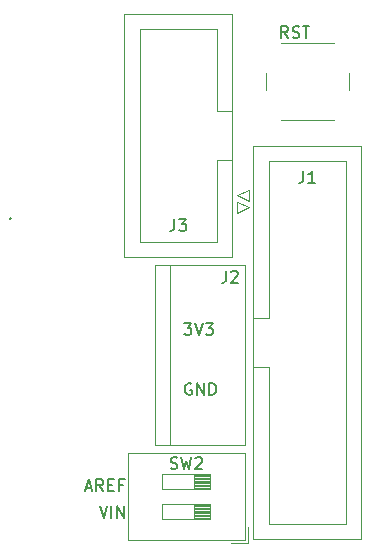
<source format=gbr>
%TF.GenerationSoftware,KiCad,Pcbnew,7.0.6*%
%TF.CreationDate,2023-09-19T12:42:17+08:00*%
%TF.ProjectId,Control Panel Mega Shield,436f6e74-726f-46c2-9050-616e656c204d,0*%
%TF.SameCoordinates,Original*%
%TF.FileFunction,Legend,Top*%
%TF.FilePolarity,Positive*%
%FSLAX46Y46*%
G04 Gerber Fmt 4.6, Leading zero omitted, Abs format (unit mm)*
G04 Created by KiCad (PCBNEW 7.0.6) date 2023-09-19 12:42:17*
%MOMM*%
%LPD*%
G01*
G04 APERTURE LIST*
%ADD10C,0.150000*%
%ADD11C,0.120000*%
G04 APERTURE END LIST*
D10*
X77203541Y-30619819D02*
X77822588Y-30619819D01*
X77822588Y-30619819D02*
X77489255Y-31000771D01*
X77489255Y-31000771D02*
X77632112Y-31000771D01*
X77632112Y-31000771D02*
X77727350Y-31048390D01*
X77727350Y-31048390D02*
X77774969Y-31096009D01*
X77774969Y-31096009D02*
X77822588Y-31191247D01*
X77822588Y-31191247D02*
X77822588Y-31429342D01*
X77822588Y-31429342D02*
X77774969Y-31524580D01*
X77774969Y-31524580D02*
X77727350Y-31572200D01*
X77727350Y-31572200D02*
X77632112Y-31619819D01*
X77632112Y-31619819D02*
X77346398Y-31619819D01*
X77346398Y-31619819D02*
X77251160Y-31572200D01*
X77251160Y-31572200D02*
X77203541Y-31524580D01*
X78108303Y-30619819D02*
X78441636Y-31619819D01*
X78441636Y-31619819D02*
X78774969Y-30619819D01*
X79013065Y-30619819D02*
X79632112Y-30619819D01*
X79632112Y-30619819D02*
X79298779Y-31000771D01*
X79298779Y-31000771D02*
X79441636Y-31000771D01*
X79441636Y-31000771D02*
X79536874Y-31048390D01*
X79536874Y-31048390D02*
X79584493Y-31096009D01*
X79584493Y-31096009D02*
X79632112Y-31191247D01*
X79632112Y-31191247D02*
X79632112Y-31429342D01*
X79632112Y-31429342D02*
X79584493Y-31524580D01*
X79584493Y-31524580D02*
X79536874Y-31572200D01*
X79536874Y-31572200D02*
X79441636Y-31619819D01*
X79441636Y-31619819D02*
X79155922Y-31619819D01*
X79155922Y-31619819D02*
X79060684Y-31572200D01*
X79060684Y-31572200D02*
X79013065Y-31524580D01*
X77822588Y-35747438D02*
X77727350Y-35699819D01*
X77727350Y-35699819D02*
X77584493Y-35699819D01*
X77584493Y-35699819D02*
X77441636Y-35747438D01*
X77441636Y-35747438D02*
X77346398Y-35842676D01*
X77346398Y-35842676D02*
X77298779Y-35937914D01*
X77298779Y-35937914D02*
X77251160Y-36128390D01*
X77251160Y-36128390D02*
X77251160Y-36271247D01*
X77251160Y-36271247D02*
X77298779Y-36461723D01*
X77298779Y-36461723D02*
X77346398Y-36556961D01*
X77346398Y-36556961D02*
X77441636Y-36652200D01*
X77441636Y-36652200D02*
X77584493Y-36699819D01*
X77584493Y-36699819D02*
X77679731Y-36699819D01*
X77679731Y-36699819D02*
X77822588Y-36652200D01*
X77822588Y-36652200D02*
X77870207Y-36604580D01*
X77870207Y-36604580D02*
X77870207Y-36271247D01*
X77870207Y-36271247D02*
X77679731Y-36271247D01*
X78298779Y-36699819D02*
X78298779Y-35699819D01*
X78298779Y-35699819D02*
X78870207Y-36699819D01*
X78870207Y-36699819D02*
X78870207Y-35699819D01*
X79346398Y-36699819D02*
X79346398Y-35699819D01*
X79346398Y-35699819D02*
X79584493Y-35699819D01*
X79584493Y-35699819D02*
X79727350Y-35747438D01*
X79727350Y-35747438D02*
X79822588Y-35842676D01*
X79822588Y-35842676D02*
X79870207Y-35937914D01*
X79870207Y-35937914D02*
X79917826Y-36128390D01*
X79917826Y-36128390D02*
X79917826Y-36271247D01*
X79917826Y-36271247D02*
X79870207Y-36461723D01*
X79870207Y-36461723D02*
X79822588Y-36556961D01*
X79822588Y-36556961D02*
X79727350Y-36652200D01*
X79727350Y-36652200D02*
X79584493Y-36699819D01*
X79584493Y-36699819D02*
X79346398Y-36699819D01*
X70043922Y-46113819D02*
X70377255Y-47113819D01*
X70377255Y-47113819D02*
X70710588Y-46113819D01*
X71043922Y-47113819D02*
X71043922Y-46113819D01*
X71520112Y-47113819D02*
X71520112Y-46113819D01*
X71520112Y-46113819D02*
X72091540Y-47113819D01*
X72091540Y-47113819D02*
X72091540Y-46113819D01*
X68869160Y-44542104D02*
X69345350Y-44542104D01*
X68773922Y-44827819D02*
X69107255Y-43827819D01*
X69107255Y-43827819D02*
X69440588Y-44827819D01*
X70345350Y-44827819D02*
X70012017Y-44351628D01*
X69773922Y-44827819D02*
X69773922Y-43827819D01*
X69773922Y-43827819D02*
X70154874Y-43827819D01*
X70154874Y-43827819D02*
X70250112Y-43875438D01*
X70250112Y-43875438D02*
X70297731Y-43923057D01*
X70297731Y-43923057D02*
X70345350Y-44018295D01*
X70345350Y-44018295D02*
X70345350Y-44161152D01*
X70345350Y-44161152D02*
X70297731Y-44256390D01*
X70297731Y-44256390D02*
X70250112Y-44304009D01*
X70250112Y-44304009D02*
X70154874Y-44351628D01*
X70154874Y-44351628D02*
X69773922Y-44351628D01*
X70773922Y-44304009D02*
X71107255Y-44304009D01*
X71250112Y-44827819D02*
X70773922Y-44827819D01*
X70773922Y-44827819D02*
X70773922Y-43827819D01*
X70773922Y-43827819D02*
X71250112Y-43827819D01*
X72012017Y-44304009D02*
X71678684Y-44304009D01*
X71678684Y-44827819D02*
X71678684Y-43827819D01*
X71678684Y-43827819D02*
X72154874Y-43827819D01*
X85998207Y-6473819D02*
X85664874Y-5997628D01*
X85426779Y-6473819D02*
X85426779Y-5473819D01*
X85426779Y-5473819D02*
X85807731Y-5473819D01*
X85807731Y-5473819D02*
X85902969Y-5521438D01*
X85902969Y-5521438D02*
X85950588Y-5569057D01*
X85950588Y-5569057D02*
X85998207Y-5664295D01*
X85998207Y-5664295D02*
X85998207Y-5807152D01*
X85998207Y-5807152D02*
X85950588Y-5902390D01*
X85950588Y-5902390D02*
X85902969Y-5950009D01*
X85902969Y-5950009D02*
X85807731Y-5997628D01*
X85807731Y-5997628D02*
X85426779Y-5997628D01*
X86379160Y-6426200D02*
X86522017Y-6473819D01*
X86522017Y-6473819D02*
X86760112Y-6473819D01*
X86760112Y-6473819D02*
X86855350Y-6426200D01*
X86855350Y-6426200D02*
X86902969Y-6378580D01*
X86902969Y-6378580D02*
X86950588Y-6283342D01*
X86950588Y-6283342D02*
X86950588Y-6188104D01*
X86950588Y-6188104D02*
X86902969Y-6092866D01*
X86902969Y-6092866D02*
X86855350Y-6045247D01*
X86855350Y-6045247D02*
X86760112Y-5997628D01*
X86760112Y-5997628D02*
X86569636Y-5950009D01*
X86569636Y-5950009D02*
X86474398Y-5902390D01*
X86474398Y-5902390D02*
X86426779Y-5854771D01*
X86426779Y-5854771D02*
X86379160Y-5759533D01*
X86379160Y-5759533D02*
X86379160Y-5664295D01*
X86379160Y-5664295D02*
X86426779Y-5569057D01*
X86426779Y-5569057D02*
X86474398Y-5521438D01*
X86474398Y-5521438D02*
X86569636Y-5473819D01*
X86569636Y-5473819D02*
X86807731Y-5473819D01*
X86807731Y-5473819D02*
X86950588Y-5521438D01*
X87236303Y-5473819D02*
X87807731Y-5473819D01*
X87522017Y-6473819D02*
X87522017Y-5473819D01*
X76056667Y-42919200D02*
X76199524Y-42966819D01*
X76199524Y-42966819D02*
X76437619Y-42966819D01*
X76437619Y-42966819D02*
X76532857Y-42919200D01*
X76532857Y-42919200D02*
X76580476Y-42871580D01*
X76580476Y-42871580D02*
X76628095Y-42776342D01*
X76628095Y-42776342D02*
X76628095Y-42681104D01*
X76628095Y-42681104D02*
X76580476Y-42585866D01*
X76580476Y-42585866D02*
X76532857Y-42538247D01*
X76532857Y-42538247D02*
X76437619Y-42490628D01*
X76437619Y-42490628D02*
X76247143Y-42443009D01*
X76247143Y-42443009D02*
X76151905Y-42395390D01*
X76151905Y-42395390D02*
X76104286Y-42347771D01*
X76104286Y-42347771D02*
X76056667Y-42252533D01*
X76056667Y-42252533D02*
X76056667Y-42157295D01*
X76056667Y-42157295D02*
X76104286Y-42062057D01*
X76104286Y-42062057D02*
X76151905Y-42014438D01*
X76151905Y-42014438D02*
X76247143Y-41966819D01*
X76247143Y-41966819D02*
X76485238Y-41966819D01*
X76485238Y-41966819D02*
X76628095Y-42014438D01*
X76961429Y-41966819D02*
X77199524Y-42966819D01*
X77199524Y-42966819D02*
X77390000Y-42252533D01*
X77390000Y-42252533D02*
X77580476Y-42966819D01*
X77580476Y-42966819D02*
X77818572Y-41966819D01*
X78151905Y-42062057D02*
X78199524Y-42014438D01*
X78199524Y-42014438D02*
X78294762Y-41966819D01*
X78294762Y-41966819D02*
X78532857Y-41966819D01*
X78532857Y-41966819D02*
X78628095Y-42014438D01*
X78628095Y-42014438D02*
X78675714Y-42062057D01*
X78675714Y-42062057D02*
X78723333Y-42157295D01*
X78723333Y-42157295D02*
X78723333Y-42252533D01*
X78723333Y-42252533D02*
X78675714Y-42395390D01*
X78675714Y-42395390D02*
X78104286Y-42966819D01*
X78104286Y-42966819D02*
X78723333Y-42966819D01*
X87296666Y-17742819D02*
X87296666Y-18457104D01*
X87296666Y-18457104D02*
X87249047Y-18599961D01*
X87249047Y-18599961D02*
X87153809Y-18695200D01*
X87153809Y-18695200D02*
X87010952Y-18742819D01*
X87010952Y-18742819D02*
X86915714Y-18742819D01*
X88296666Y-18742819D02*
X87725238Y-18742819D01*
X88010952Y-18742819D02*
X88010952Y-17742819D01*
X88010952Y-17742819D02*
X87915714Y-17885676D01*
X87915714Y-17885676D02*
X87820476Y-17980914D01*
X87820476Y-17980914D02*
X87725238Y-18028533D01*
X76374666Y-21806819D02*
X76374666Y-22521104D01*
X76374666Y-22521104D02*
X76327047Y-22663961D01*
X76327047Y-22663961D02*
X76231809Y-22759200D01*
X76231809Y-22759200D02*
X76088952Y-22806819D01*
X76088952Y-22806819D02*
X75993714Y-22806819D01*
X76755619Y-21806819D02*
X77374666Y-21806819D01*
X77374666Y-21806819D02*
X77041333Y-22187771D01*
X77041333Y-22187771D02*
X77184190Y-22187771D01*
X77184190Y-22187771D02*
X77279428Y-22235390D01*
X77279428Y-22235390D02*
X77327047Y-22283009D01*
X77327047Y-22283009D02*
X77374666Y-22378247D01*
X77374666Y-22378247D02*
X77374666Y-22616342D01*
X77374666Y-22616342D02*
X77327047Y-22711580D01*
X77327047Y-22711580D02*
X77279428Y-22759200D01*
X77279428Y-22759200D02*
X77184190Y-22806819D01*
X77184190Y-22806819D02*
X76898476Y-22806819D01*
X76898476Y-22806819D02*
X76803238Y-22759200D01*
X76803238Y-22759200D02*
X76755619Y-22711580D01*
X80756666Y-26198819D02*
X80756666Y-26913104D01*
X80756666Y-26913104D02*
X80709047Y-27055961D01*
X80709047Y-27055961D02*
X80613809Y-27151200D01*
X80613809Y-27151200D02*
X80470952Y-27198819D01*
X80470952Y-27198819D02*
X80375714Y-27198819D01*
X81185238Y-26294057D02*
X81232857Y-26246438D01*
X81232857Y-26246438D02*
X81328095Y-26198819D01*
X81328095Y-26198819D02*
X81566190Y-26198819D01*
X81566190Y-26198819D02*
X81661428Y-26246438D01*
X81661428Y-26246438D02*
X81709047Y-26294057D01*
X81709047Y-26294057D02*
X81756666Y-26389295D01*
X81756666Y-26389295D02*
X81756666Y-26484533D01*
X81756666Y-26484533D02*
X81709047Y-26627390D01*
X81709047Y-26627390D02*
X81137619Y-27198819D01*
X81137619Y-27198819D02*
X81756666Y-27198819D01*
X62484000Y-21695580D02*
X62531619Y-21743200D01*
X62531619Y-21743200D02*
X62484000Y-21790819D01*
X62484000Y-21790819D02*
X62436381Y-21743200D01*
X62436381Y-21743200D02*
X62484000Y-21695580D01*
X62484000Y-21695580D02*
X62484000Y-21790819D01*
D11*
%TO.C,SW2*%
X79420000Y-46971000D02*
X78066667Y-46971000D01*
X79420000Y-46011000D02*
X78066667Y-46011000D01*
X82340000Y-48996000D02*
X82340000Y-41616000D01*
X79420000Y-46251000D02*
X78066667Y-46251000D01*
X79420000Y-43711000D02*
X78066667Y-43711000D01*
X82340000Y-48996000D02*
X72440000Y-48996000D01*
X78066667Y-47211000D02*
X78066667Y-45941000D01*
X79420000Y-46611000D02*
X78066667Y-46611000D01*
X75360000Y-47211000D02*
X79420000Y-47211000D01*
X79420000Y-44311000D02*
X78066667Y-44311000D01*
X75360000Y-45941000D02*
X75360000Y-47211000D01*
X79420000Y-44191000D02*
X78066667Y-44191000D01*
X79420000Y-46131000D02*
X78066667Y-46131000D01*
X79420000Y-47211000D02*
X79420000Y-45941000D01*
X79420000Y-43401000D02*
X75360000Y-43401000D01*
X79420000Y-46371000D02*
X78066667Y-46371000D01*
X79420000Y-44551000D02*
X78066667Y-44551000D01*
X79420000Y-46491000D02*
X78066667Y-46491000D01*
X79420000Y-47091000D02*
X78066667Y-47091000D01*
X79420000Y-46851000D02*
X78066667Y-46851000D01*
X78066667Y-44671000D02*
X78066667Y-43401000D01*
X79420000Y-43831000D02*
X78066667Y-43831000D01*
X75360000Y-44671000D02*
X79420000Y-44671000D01*
X79420000Y-43951000D02*
X78066667Y-43951000D01*
X82580000Y-49236000D02*
X82580000Y-47853000D01*
X79420000Y-46731000D02*
X78066667Y-46731000D01*
X82340000Y-41616000D02*
X72440000Y-41616000D01*
X79420000Y-44071000D02*
X78066667Y-44071000D01*
X79420000Y-45941000D02*
X75360000Y-45941000D01*
X72440000Y-48996000D02*
X72440000Y-41616000D01*
X82580000Y-49236000D02*
X81196000Y-49236000D01*
X79420000Y-44431000D02*
X78066667Y-44431000D01*
X79420000Y-43471000D02*
X78066667Y-43471000D01*
X79420000Y-44671000D02*
X79420000Y-43401000D01*
X79420000Y-43591000D02*
X78066667Y-43591000D01*
X75360000Y-43401000D02*
X75360000Y-44671000D01*
%TO.C,SW1*%
X85380000Y-13410000D02*
X89880000Y-13410000D01*
X89880000Y-6910000D02*
X85380000Y-6910000D01*
X84130000Y-9410000D02*
X84130000Y-10910000D01*
X91130000Y-10910000D02*
X91130000Y-9410000D01*
%TO.C,J1*%
X83070000Y-30208000D02*
X84380000Y-30208000D01*
X90880000Y-16918000D02*
X90880000Y-47598000D01*
X84380000Y-30208000D02*
X84380000Y-16918000D01*
X84380000Y-47598000D02*
X84380000Y-34308000D01*
X81680000Y-21328000D02*
X82680000Y-20828000D01*
X83070000Y-48898000D02*
X83070000Y-15618000D01*
X90880000Y-47598000D02*
X84380000Y-47598000D01*
X83070000Y-15618000D02*
X92190000Y-15618000D01*
X84380000Y-34308000D02*
X84380000Y-34308000D01*
X81680000Y-20328000D02*
X81680000Y-21328000D01*
X84380000Y-16918000D02*
X90880000Y-16918000D01*
X92190000Y-48898000D02*
X83070000Y-48898000D01*
X92190000Y-15618000D02*
X92190000Y-48898000D01*
X84380000Y-34308000D02*
X83070000Y-34308000D01*
X82680000Y-20828000D02*
X81680000Y-20328000D01*
%TO.C,J3*%
X81268000Y-25022000D02*
X72148000Y-25022000D01*
X72148000Y-25022000D02*
X72148000Y-4442000D01*
X82658000Y-19312000D02*
X81658000Y-19812000D01*
X79958000Y-5742000D02*
X79958000Y-12682000D01*
X79958000Y-16782000D02*
X79958000Y-23722000D01*
X72148000Y-4442000D02*
X81268000Y-4442000D01*
X81658000Y-19812000D02*
X82658000Y-20312000D01*
X79958000Y-12682000D02*
X81268000Y-12682000D01*
X79958000Y-23722000D02*
X73458000Y-23722000D01*
X79958000Y-12682000D02*
X79958000Y-12682000D01*
X73458000Y-5742000D02*
X79958000Y-5742000D01*
X82658000Y-20312000D02*
X82658000Y-19312000D01*
X73458000Y-23722000D02*
X73458000Y-5742000D01*
X81268000Y-16782000D02*
X79958000Y-16782000D01*
X81268000Y-4442000D02*
X81268000Y-25022000D01*
%TO.C,J2*%
X74740000Y-40968000D02*
X82360000Y-40968000D01*
X74740000Y-25728000D02*
X74740000Y-40968000D01*
X74740000Y-25728000D02*
X82360000Y-25728000D01*
X76010000Y-25728000D02*
X76010000Y-40968000D01*
X82360000Y-25728000D02*
X82360000Y-40968000D01*
%TD*%
M02*

</source>
